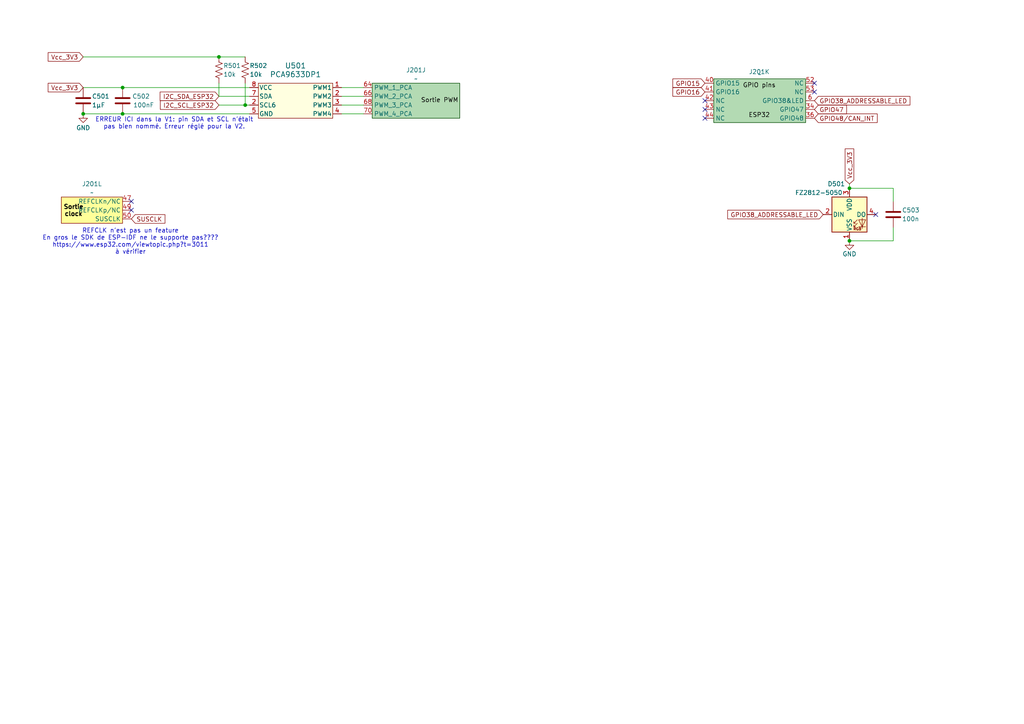
<source format=kicad_sch>
(kicad_sch (version 20231120) (generator "eeschema") (generator_version "8.0")
  (paper "A4")
  (lib_symbols
    (symbol "Device:C" (pin_numbers hide) (pin_names (offset 0.254))
      (property "Reference" "C" (at 0.635 2.54 0))
      (property "Value" "C" (at 0.635 -2.54 0))
      (symbol "C_0_1"
        (polyline (pts (xy -2.032 -0.762) (xy 2.032 -0.762)) (stroke (width 0.508)))
        (polyline (pts (xy -2.032 0.762) (xy 2.032 0.762)) (stroke (width 0.508)))
      )
      (symbol "C_1_1"
        (pin passive line (at 0 3.81 270) (length 2.794) (name "~") (number "1"))
        (pin passive line (at 0 -3.81 90) (length 2.794) (name "~") (number "2"))
      )
    )
    (symbol "Device:R_US" (pin_numbers hide) (pin_names (offset 0))
      (property "Reference" "R" (at 2.54 0 90))
      (property "Value" "R_US" (at -2.54 0 90))
      (symbol "R_US_0_1"
        (polyline (pts (xy 0 -2.286) (xy 0 -2.54)))
        (polyline (pts (xy 0 2.286) (xy 0 2.54)))
        (polyline (pts (xy 0 -0.762) (xy 1.016 -1.143) (xy 0 -1.524) (xy -1.016 -1.905) (xy 0 -2.286)))
        (polyline (pts (xy 0 0.762) (xy 1.016 0.381) (xy 0 0) (xy -1.016 -0.381) (xy 0 -0.762)))
        (polyline (pts (xy 0 2.286) (xy 1.016 1.905) (xy 0 1.524) (xy -1.016 1.143) (xy 0 0.762)))
      )
      (symbol "R_US_1_1"
        (pin passive line (at 0 3.81 270) (length 1.27) (name "~") (number "1"))
        (pin passive line (at 0 -3.81 90) (length 1.27) (name "~") (number "2"))
      )
    )
    (symbol "LED:Inolux_IN-PI554FCH" (pin_names (offset 0.254))
      (property "Reference" "D" (at 5.08 5.715 0))
      (property "Value" "Inolux_IN-PI554FCH" (at 1.27 -5.715 0))
      (symbol "Inolux_IN-PI554FCH_0_0"
        (text "RGB" (at 2.286 -4.191 0) (effects (font (size 0.762 0.762))))
      )
      (symbol "Inolux_IN-PI554FCH_0_1"
        (polyline (pts (xy 1.27 -3.556) (xy 1.778 -3.556)))
        (polyline (pts (xy 1.27 -2.54) (xy 1.778 -2.54)))
        (polyline (pts (xy 4.699 -3.556) (xy 2.667 -3.556)))
        (polyline (pts (xy 2.286 -2.54) (xy 1.27 -3.556) (xy 1.27 -3.048)))
        (polyline (pts (xy 2.286 -1.524) (xy 1.27 -2.54) (xy 1.27 -2.032)))
        (polyline (pts (xy 3.683 -1.016) (xy 3.683 -3.556) (xy 3.683 -4.064)))
        (polyline (pts (xy 4.699 -1.524) (xy 2.667 -1.524) (xy 3.683 -3.556) (xy 4.699 -1.524)))
        (rectangle (start 5.08 5.08) (end -5.08 -5.08) (stroke (width 0.254)) (fill (type background)))
      )
      (symbol "Inolux_IN-PI554FCH_1_1"
        (pin power_in line (at 0 -7.62 90) (length 2.54) (name "VSS") (number "1"))
        (pin input line (at -7.62 0 0) (length 2.54) (name "DIN") (number "2"))
        (pin power_in line (at 0 7.62 270) (length 2.54) (name "VDD") (number "3"))
        (pin output line (at 7.62 0 180) (length 2.54) (name "DO") (number "4"))
      )
    )
    (symbol "PCA9633DP1:PCA9633DP1" (pin_names (offset 0.254))
      (property "Reference" "U" (at 0 6.858 0))
      (property "Value" "PCA9633DP1" (at -0.254 4.826 0))
      (symbol "PCA9633DP1_1_1"
        (rectangle (start -10.16 3.81) (end 11.43 -6.35) (fill (type color) (color 255 255 194 0.5)))
        (pin output line (at 13.97 2.54 180) (length 2.54) (name "PWM1") (number "1"))
        (pin output line (at 13.97 0 180) (length 2.54) (name "PWM2") (number "2"))
        (pin output line (at -12.7 -2.54 0) (length 2.54) (name "SCL6") (number "2"))
        (pin output line (at 13.97 -2.54 180) (length 2.54) (name "PWM3") (number "3"))
        (pin output line (at 13.97 -5.08 180) (length 2.54) (name "PWM4") (number "4"))
        (pin output line (at -12.7 -5.08 0) (length 2.54) (name "GND") (number "5"))
        (pin output line (at -12.7 0 0) (length 2.54) (name "SDA") (number "7"))
        (pin output line (at -12.7 2.54 0) (length 2.54) (name "VCC") (number "8"))
      )
    )
    (symbol "connecteur_m2_key_E:connecteur_SOM_ESP32"
      (property "Reference" "J" (at 0.254 16.51 0))
      (symbol "connecteur_SOM_ESP32_1_1"
        (rectangle (start -13.97 7.62) (end 13.97 -27.94) (stroke (width 0) (color 72 0 0 1)) (fill (type color) (color 255 0 0 0.52)))
        (text "Pins d'alimentation\n&\nResets" (at 0 -9.144 0) (effects (font (size 1.27 1.27) (bold yes))))
        (pin power_in line (at 16.51 6.35 180) (length 2.54) (name "GND") (number "1"))
        (pin power_in line (at 16.51 1.27 180) (length 2.54) (name "GND") (number "18"))
        (pin power_in line (at -16.51 6.35 0) (length 2.54) (name "Vcc_3v3") (number "2"))
        (pin power_in line (at 16.51 -1.27 180) (length 2.54) (name "GND") (number "33"))
        (pin power_in line (at 16.51 -3.81 180) (length 2.54) (name "GND") (number "38"))
        (pin power_in line (at 16.51 -6.35 180) (length 2.54) (name "GND") (number "39"))
        (pin power_in line (at -16.51 3.81 0) (length 2.54) (name "Vcc_3v3") (number "4"))
        (pin power_in line (at 16.51 -8.89 180) (length 2.54) (name "GND") (number "45"))
        (pin power_in line (at 16.51 -11.43 180) (length 2.54) (name "GND") (number "51"))
        (pin bidirectional line (at -16.51 1.27 0) (length 2.54) (name "RESET_AUTRES") (number "54"))
        (pin power_in line (at 16.51 -13.97 180) (length 2.54) (name "GND") (number "55"))
        (pin bidirectional line (at -16.51 -21.59 0) (length 2.54) (name "RESET_ESP32") (number "56"))
        (pin power_in line (at 16.51 -16.51 180) (length 2.54) (name "GND") (number "57"))
        (pin power_in line (at 16.51 -19.05 180) (length 2.54) (name "GND") (number "62"))
        (pin power_in line (at 16.51 -21.59 180) (length 2.54) (name "GND") (number "63"))
        (pin power_in line (at 16.51 -24.13 180) (length 2.54) (name "GND") (number "69"))
        (pin power_in line (at 16.51 3.81 180) (length 2.54) (name "GND") (number "7"))
        (pin power_in line (at -16.51 -24.13 0) (length 2.54) (name "Vcc_3v3") (number "72"))
        (pin power_in line (at -16.51 -26.67 0) (length 2.54) (name "Vcc_3v3") (number "74"))
        (pin power_in line (at 16.51 -26.67 180) (length 2.54) (name "GND") (number "75"))
      )
      (symbol "connecteur_SOM_ESP32_2_1"
        (rectangle (start -17.78 11.43) (end 16.51 -12.7) (stroke (width 0) (color 0 0 72 1)) (fill (type color) (color 0 0 255 0.2)))
        (text "I2C" (at -0.254 -0.254 0) (effects (font (size 1.27 1.27))))
        (pin bidirectional line (at 19.05 7.62 180) (length 2.54) (name "I2C_SCL_1_TCA") (number "11"))
        (pin bidirectional line (at 19.05 3.81 180) (length 2.54) (name "I2C_SDA_2_TCA") (number "13"))
        (pin bidirectional line (at 19.05 -2.54 180) (length 2.54) (name "I2C_SDA_3_TCA") (number "14"))
        (pin bidirectional line (at 19.05 1.27 180) (length 2.54) (name "I2C_SCL_2_TCA") (number "15"))
        (pin bidirectional line (at 19.05 -5.08 180) (length 2.54) (name "I2C_SCL_3_TCA") (number "16"))
        (pin bidirectional line (at 19.05 -8.89 180) (length 2.54) (name "I2C_SDA_4_TCA") (number "17"))
        (pin bidirectional line (at 19.05 -11.43 180) (length 2.54) (name "I2C_SCL_4_TCA") (number "19"))
        (pin bidirectional line (at -20.32 1.27 0) (length 2.54) (name "I2C_SDA_ESP32") (number "58"))
        (pin bidirectional line (at -20.32 -1.27 0) (length 2.54) (name "I2C_SCL_ESP32") (number "60"))
        (pin bidirectional line (at 19.05 10.16 180) (length 2.54) (name "I2C_SDA_1_TCA") (number "9"))
      )
      (symbol "connecteur_SOM_ESP32_3_1"
        (rectangle (start -2.54 6.35) (end 15.24 -7.62) (stroke (width 0) (color 0 0 72 1)) (fill (type color) (color 0 0 255 0.2)))
        (text "SPI" (at 0 0 0) (effects (font (size 1.27 1.27) (bold yes))))
        (pin bidirectional line (at 17.78 5.08 180) (length 2.54) (name "SPI_CS_5") (number "20"))
        (pin bidirectional line (at 17.78 2.54 180) (length 2.54) (name "SPI_CS_6") (number "21"))
        (pin bidirectional line (at 17.78 -1.27 180) (length 2.54) (name "SPI_CLK") (number "23"))
        (pin bidirectional line (at 17.78 -3.81 180) (length 2.54) (name "SPI_MOSI") (number "35"))
        (pin bidirectional line (at 17.78 -6.35 180) (length 2.54) (name "SPI_MISO") (number "37"))
      )
      (symbol "connecteur_SOM_ESP32_4_1"
        (rectangle (start -13.97 2.54) (end 10.16 -2.54) (stroke (width 0) (color 0 0 72 1)) (fill (type color) (color 0 0 255 0.2)))
        (text "Canbus" (at -9.906 0.254 0) (effects (font (size 1.27 1.27) (bold yes))))
        (pin bidirectional line (at 12.7 1.27 180) (length 2.54) (name "CAN_H_MCP2515") (number "71"))
        (pin bidirectional line (at 12.7 -1.27 180) (length 2.54) (name "CAN_L_MCP2515") (number "73"))
      )
      (symbol "connecteur_SOM_ESP32_5_1"
        (rectangle (start -3.81 2.54) (end 11.43 -2.54) (stroke (width 0) (color 0 0 72 1)) (fill (type color) (color 0 0 255 0.2)))
        (text "UART" (at -0.254 0.254 0) (effects (font (size 1.27 1.27) (bold yes))))
        (pin bidirectional line (at 13.97 1.27 180) (length 2.54) (name "UART_TX") (number "22"))
        (pin bidirectional line (at 13.97 -1.27 180) (length 2.54) (name "UART_RX") (number "32"))
      )
      (symbol "connecteur_SOM_ESP32_6_1"
        (rectangle (start -11.43 2.54) (end 11.43 -2.54) (stroke (width 0) (color 0 0 72 1)) (fill (type color) (color 0 0 255 0.2)))
        (text "USB" (at -8.636 0.254 0) (effects (font (size 1.27 1.27) (bold yes))))
        (pin bidirectional line (at 13.97 -1.27 180) (length 2.54) (name "USB_D+_FT231") (number "3"))
        (pin bidirectional line (at 13.97 1.27 180) (length 2.54) (name "USB_D-_FT231") (number "5"))
      )
      (symbol "connecteur_SOM_ESP32_7_1"
        (rectangle (start -12.7 2.54) (end 11.43 -2.54) (stroke (width 0) (color 0 0 72 1)) (fill (type color) (color 0 0 255 0.2)))
        (text "DEBUG" (at -8.636 0.254 0) (effects (font (size 1.27 1.27) (bold yes))))
        (pin bidirectional line (at 13.97 1.27 180) (length 2.54) (name "USB_DEBUG_D-") (number "46"))
        (pin bidirectional line (at 13.97 -1.27 180) (length 2.54) (name "USB_DEBUG_D+") (number "48"))
      )
      (symbol "connecteur_SOM_ESP32_8_1"
        (rectangle (start -8.89 5.08) (end 11.43 -2.54) (stroke (width 0) (color 0 0 72 1)) (fill (type color) (color 0 0 255 0.2)))
        (text "I2S" (at -5.842 1.27 0) (effects (font (size 1.27 1.27) (bold yes))))
        (pin bidirectional line (at 13.97 1.27 180) (length 2.54) (name "I2S_WS") (number "10"))
        (pin bidirectional line (at 13.97 -1.27 180) (length 2.54) (name "I2S_DIN/DOUT") (number "12"))
        (pin bidirectional line (at 13.97 3.81 180) (length 2.54) (name "I2S_BCLK") (number "8"))
      )
      (symbol "connecteur_SOM_ESP32_9_1"
        (rectangle (start -16.51 3.81) (end 16.51 -10.16) (fill (type color) (color 255 153 0 0.3)))
        (text "Pins analogue\n<-Input\nOutput->" (at -0.254 -5.842 0) (effects (font (size 1.27 1.27) (bold yes))))
        (pin bidirectional line (at -19.05 1.27 0) (length 2.54) (name "DAC_1_MCP48") (number "59"))
        (pin bidirectional line (at -19.05 -1.27 0) (length 2.54) (name "DAC_2_MCP48") (number "61"))
        (pin power_in line (at 19.05 1.27 180) (length 2.54) (name "ADC_1_MCP3202") (number "65"))
        (pin power_in line (at 19.05 -1.27 180) (length 2.54) (name "ADC_2_MCP3202") (number "67"))
      )
      (symbol "connecteur_SOM_ESP32_10_1"
        (rectangle (start -19.05 5.08) (end 6.35 -5.08) (stroke (width 0) (color 0 72 0 1)) (fill (type color) (color 0 132 0 0.3)))
        (text "Sortie PWM\n" (at -13.208 0.254 0) (effects (font (size 1.27 1.27))))
        (pin output line (at 8.89 3.81 180) (length 2.54) (name "PWM_1_PCA") (number "64"))
        (pin output line (at 8.89 1.27 180) (length 2.54) (name "PWM_2_PCA") (number "66"))
        (pin output line (at 8.89 -1.27 180) (length 2.54) (name "PWM_3_PCA") (number "68"))
        (pin output line (at 8.89 -3.81 180) (length 2.54) (name "PWM_4_PCA") (number "70"))
      )
      (symbol "connecteur_SOM_ESP32_11_1"
        (rectangle (start -12.7 7.62) (end 13.97 -5.08) (stroke (width 0) (color 0 72 0 1)) (fill (type color) (color 0 132 0 0.3)))
        (text "ESP32\n" (at 0.508 -2.794 0) (effects (font (size 1.27 1.27))))
        (text "GPIO pins" (at 0.508 5.842 0) (effects (font (size 1.27 1.27))))
        (pin bidirectional line (at 16.51 -1.27 180) (length 2.54) (name "GPIO47") (number "34"))
        (pin bidirectional line (at 16.51 -3.81 180) (length 2.54) (name "GPIO48") (number "36"))
        (pin bidirectional line (at -15.24 6.35 0) (length 2.54) (name "GPIO15") (number "40"))
        (pin bidirectional line (at -15.24 3.81 0) (length 2.54) (name "GPIO16") (number "41"))
        (pin bidirectional line (at -15.24 1.27 0) (length 2.54) (name "NC") (number "42"))
        (pin bidirectional line (at -15.24 -1.27 0) (length 2.54) (name "NC") (number "43"))
        (pin bidirectional line (at -15.24 -3.81 0) (length 2.54) (name "NC") (number "44"))
        (pin bidirectional line (at 16.51 6.35 180) (length 2.54) (name "NC") (number "52"))
        (pin bidirectional line (at 16.51 3.81 180) (length 2.54) (name "NC") (number "53"))
        (pin bidirectional line (at 16.51 1.27 180) (length 2.54) (name "GPIO38&LED") (number "6"))
      )
      (symbol "connecteur_SOM_ESP32_12_1"
        (rectangle (start -8.89 3.81) (end 8.89 -3.81) (fill (type color) (color 255 255 0 0.4)))
        (text "Sortie\nclock" (at -5.334 0 0) (effects (font (size 1.27 1.27) (bold yes))))
        (pin output line (at 11.43 2.54 180) (length 2.54) (name "REFCLKn/NC") (number "47"))
        (pin output line (at 11.43 0 180) (length 2.54) (name "REFCLKp/NC") (number "49"))
        (pin output line (at 11.43 -2.54 180) (length 2.54) (name "SUSCLK") (number "50"))
      )
    )
    (symbol "power:GND" (power) (pin_numbers hide) (pin_names (offset 0) hide)
      (property "Value" "GND" (at 0 -3.81 0))
      (symbol "GND_0_1"
        (polyline (pts (xy 0 0) (xy 0 -1.27) (xy 1.27 -1.27) (xy 0 -2.54) (xy -1.27 -1.27) (xy 0 -1.27)))
      )
      (symbol "GND_1_1"
        (pin power_in line (at 0 0 270) (length 0) (name "~") (number "1"))
      )
    )
  )
  (junction (at 63.5 16.51))
  (junction (at 71.12 30.48))
  (junction (at 35.56 33.02))
  (junction (at 246.38 54.61))
  (junction (at 246.38 69.85))
  (junction (at 35.56 25.4))
  (junction (at 24.13 33.02))
  (no_connect (at 236.22 24.13))
  (no_connect (at 38.1 60.96))
  (no_connect (at 204.47 31.75))
  (no_connect (at 236.22 26.67))
  (no_connect (at 254 62.23))
  (no_connect (at 38.1 58.42))
  (no_connect (at 204.47 29.21))
  (no_connect (at 204.47 34.29))
  (wire (pts (xy 99.06 27.94) (xy 105.41 27.94)))
  (wire (pts (xy 35.56 25.4) (xy 72.39 25.4)))
  (wire (pts (xy 259.08 54.61) (xy 246.38 54.61)))
  (wire (pts (xy 63.5 30.48) (xy 71.12 30.48)))
  (wire (pts (xy 24.13 33.02) (xy 35.56 33.02)))
  (wire (pts (xy 259.08 69.85) (xy 246.38 69.85)))
  (wire (pts (xy 24.13 25.4) (xy 35.56 25.4)))
  (wire (pts (xy 63.5 16.51) (xy 71.12 16.51)))
  (wire (pts (xy 71.12 30.48) (xy 72.39 30.48)))
  (wire (pts (xy 35.56 33.02) (xy 72.39 33.02)))
  (wire (pts (xy 259.08 58.42) (xy 259.08 54.61)))
  (wire (pts (xy 24.13 16.51) (xy 63.5 16.51)))
  (wire (pts (xy 63.5 24.13) (xy 63.5 27.94)))
  (wire (pts (xy 99.06 25.4) (xy 105.41 25.4)))
  (wire (pts (xy 63.5 27.94) (xy 72.39 27.94)))
  (wire (pts (xy 71.12 24.13) (xy 71.12 30.48)))
  (wire (pts (xy 99.06 33.02) (xy 105.41 33.02)))
  (wire (pts (xy 246.38 53.34) (xy 246.38 54.61)))
  (wire (pts (xy 259.08 66.04) (xy 259.08 69.85)))
  (wire (pts (xy 99.06 30.48) (xy 105.41 30.48)))
  (text "ERREUR ICI dans la V1: pin SDA et SCL n'était\npas bien nommé. Erreur réglé pour la V2." (at 50.546 35.814 0) (effects (font (size 1.27 1.27))))
  (text "REFCLK n'est pas un feature\nEn gros le SDK de ESP-IDF ne le supporte pas????\nhttps://www.esp32.com/viewtopic.php?t=3011\nà vérifier\n" (at 37.846 70.104 0) (effects (font (size 1.27 1.27))))
  (global_label "Vcc_3V3" (shape input) (at 24.13 16.51 180) (property "Intersheetrefs" "${INTERSHEET_REFS}" (effects (hide yes))))
  (global_label "GPIO38_ADDRESSABLE_LED" (shape input) (at 236.22 29.21 0) (property "Intersheetrefs" "${INTERSHEET_REFS}" (effects (hide yes))))
  (global_label "GPIO15" (shape input) (at 204.47 24.13 180) (property "Intersheetrefs" "${INTERSHEET_REFS}" (effects (hide yes))))
  (global_label "GPIO47" (shape input) (at 236.22 31.75 0) (property "Intersheetrefs" "${INTERSHEET_REFS}" (effects (hide yes))))
  (global_label "GPIO38_ADDRESSABLE_LED" (shape input) (at 238.76 62.23 180) (property "Intersheetrefs" "${INTERSHEET_REFS}" (effects (hide yes))))
  (global_label "Vcc_3V3" (shape input) (at 246.38 53.34 90) (property "Intersheetrefs" "${INTERSHEET_REFS}" (effects (hide yes))))
  (global_label "Vcc_3V3" (shape input) (at 24.13 25.4 180) (property "Intersheetrefs" "${INTERSHEET_REFS}" (effects (hide yes))))
  (global_label "SUSCLK" (shape input) (at 38.1 63.5 0) (property "Intersheetrefs" "${INTERSHEET_REFS}" (effects (hide yes))))
  (global_label "GPIO48{slash}CAN_INT" (shape input) (at 236.22 34.29 0) (property "Intersheetrefs" "${INTERSHEET_REFS}" (effects (hide yes))))
  (global_label "I2C_SCL_ESP32" (shape input) (at 63.5 30.48 180) (property "Intersheetrefs" "${INTERSHEET_REFS}" (effects (hide yes))))
  (global_label "I2C_SDA_ESP32" (shape input) (at 63.5 27.94 180) (property "Intersheetrefs" "${INTERSHEET_REFS}" (effects (hide yes))))
  (global_label "GPIO16" (shape input) (at 204.47 26.67 180) (property "Intersheetrefs" "${INTERSHEET_REFS}" (effects (hide yes))))
  (symbol (lib_id "Device:C") (at 35.56 29.21 0) (unit 1)
    (property "Reference" "C502" (at 38.354 27.94 0) (effects (justify left)))
    (property "Value" "100nF" (at 38.608 30.48 0) (effects (justify left)))
    (property "Footprint" "Resistor_SMD:R_0805_2012Metric" (effects (hide yes)))
    (property "Description" "Unpolarized capacitor" (effects (hide yes)))
  )
  (symbol (lib_id "connecteur_m2_key_E:connecteur_SOM_ESP32") (at 114.3 29.21 0) (mirror y) (unit 10)
    (property "Reference" "J201" (at 120.65 20.32 0))
    (property "Value" "~" (at 120.65 22.86 0))
    (property "Footprint" "connecteur_M2_key_E:NGFF_E" (effects (hide yes)))
  )
  (symbol (lib_id "Device:C") (at 259.08 62.23 0) (unit 1)
    (property "Reference" "C503" (at 261.62 60.96 0) (effects (justify left)))
    (property "Value" "100n" (at 261.62 63.5 0) (effects (justify left)))
    (property "Footprint" "Capacitor_SMD:C_0805_2012Metric" (effects (hide yes)))
    (property "Description" "Unpolarized capacitor" (effects (hide yes)))
  )
  (symbol (lib_id "connecteur_m2_key_E:connecteur_SOM_ESP32") (at 219.71 30.48 0) (unit 11)
    (property "Reference" "J201" (at 220.218 20.828 0))
    (property "Value" "~" (at 220.345 21.59 0))
    (property "Footprint" "connecteur_M2_key_E:NGFF_E" (effects (hide yes)))
  )
  (symbol (lib_id "Device:R_US") (at 71.12 20.32 0) (unit 1)
    (property "Reference" "R502" (at 72.39 19.05 0) (effects (justify left)))
    (property "Value" "10k" (at 72.39 21.59 0) (effects (justify left)))
    (property "Footprint" "Resistor_SMD:R_0805_2012Metric" (effects (hide yes)))
    (property "Description" "Resistor, US symbol" (effects (hide yes)))
  )
  (symbol (lib_id "power:GND") (at 24.13 33.02 0) (unit 1)
    (property "Reference" "#PWR0501" (effects (hide yes)))
    (property "Value" "GND" (at 24.13 37.084 0))
    (property "Description" "Power symbol creates a global label with name \"GND\" , ground" (effects (hide yes)))
  )
  (symbol (lib_id "PCA9633DP1:PCA9633DP1") (at 85.09 27.94 0) (unit 1)
    (property "Reference" "U501" (at 85.725 19.05 0) (effects (font (size 1.524 1.524))))
    (property "Value" "PCA9633DP1" (at 85.725 21.59 0) (effects (font (size 1.524 1.524))))
    (property "Footprint" "SOT505-1_NXP" (effects (hide yes)))
    (property "Datasheet" "PCA9633DP1" (effects (hide yes)))
  )
  (symbol (lib_id "power:GND") (at 246.38 69.85 0) (unit 1)
    (property "Reference" "#PWR0502" (effects (hide yes)))
    (property "Value" "GND" (at 246.38 73.66 0))
    (property "Description" "Power symbol creates a global label with name \"GND\" , ground" (effects (hide yes)))
  )
  (symbol (lib_id "Device:R_US") (at 63.5 20.32 0) (unit 1)
    (property "Reference" "R501" (at 64.77 19.05 0) (effects (justify left)))
    (property "Value" "10k" (at 64.77 21.59 0) (effects (justify left)))
    (property "Footprint" "Resistor_SMD:R_0805_2012Metric" (effects (hide yes)))
    (property "Description" "Resistor, US symbol" (effects (hide yes)))
  )
  (symbol (lib_id "LED:Inolux_IN-PI554FCH") (at 246.38 62.23 0) (unit 1)
    (property "Reference" "D501" (at 242.57 53.34 0))
    (property "Value" "FZ2812-5050" (at 237.49 55.88 0))
    (property "Footprint" "LED_SMD:LED_Inolux_IN-PI554FCH_PLCC4_5.0x5.0mm_P3.2mm" (effects (hide yes)))
    (property "Datasheet" "http://www.inolux-corp.com/datasheet/SMDLED/Addressable%20LED/IN-PI554FCH.pdf" (effects (hide yes)))
    (property "Description" "5050 RGB LED 4-Pin with integrated IC" (effects (hide yes)))
  )
  (symbol (lib_id "connecteur_m2_key_E:connecteur_SOM_ESP32") (at 26.67 60.96 0) (unit 12)
    (property "Reference" "J201" (at 26.67 53.34 0))
    (property "Value" "~" (at 26.67 55.88 0))
    (property "Footprint" "connecteur_M2_key_E:NGFF_E" (effects (hide yes)))
  )
  (symbol (lib_id "Device:C") (at 24.13 29.21 0) (unit 1)
    (property "Reference" "C501" (at 26.67 27.94 0) (effects (justify left)))
    (property "Value" "1µF" (at 26.67 30.48 0) (effects (justify left)))
    (property "Footprint" "Resistor_SMD:R_0805_2012Metric" (effects (hide yes)))
    (property "Description" "Unpolarized capacitor" (effects (hide yes)))
  )
)
</source>
